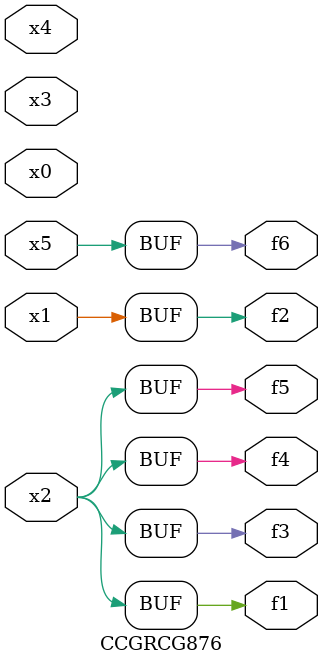
<source format=v>
module CCGRCG876(
	input x0, x1, x2, x3, x4, x5,
	output f1, f2, f3, f4, f5, f6
);
	assign f1 = x2;
	assign f2 = x1;
	assign f3 = x2;
	assign f4 = x2;
	assign f5 = x2;
	assign f6 = x5;
endmodule

</source>
